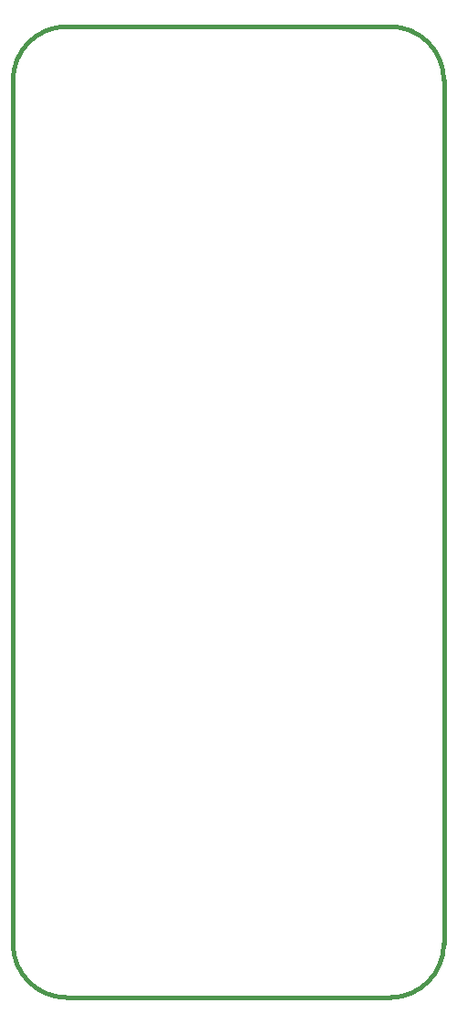
<source format=gm1>
G04 #@! TF.FileFunction,Profile,NP*
%FSLAX46Y46*%
G04 Gerber Fmt 4.6, Leading zero omitted, Abs format (unit mm)*
G04 Created by KiCad (PCBNEW 4.0.4-stable) date 01/06/17 15:37:10*
%MOMM*%
%LPD*%
G01*
G04 APERTURE LIST*
%ADD10C,0.150000*%
%ADD11C,0.381000*%
G04 APERTURE END LIST*
D10*
D11*
X0Y85000000D02*
X0Y5000000D01*
X35000000Y90000000D02*
X5000000Y90000000D01*
X40000000Y5000000D02*
X40000000Y85000000D01*
X5000000Y0D02*
X35000000Y0D01*
X0Y5000000D02*
G75*
G03X5000000Y0I5000000J0D01*
G01*
X35000000Y0D02*
G75*
G03X40000000Y5000000I0J5000000D01*
G01*
X40000000Y85000000D02*
G75*
G03X35000000Y90000000I-5000000J0D01*
G01*
X5000000Y90000000D02*
G75*
G03X0Y85000000I0J-5000000D01*
G01*
M02*

</source>
